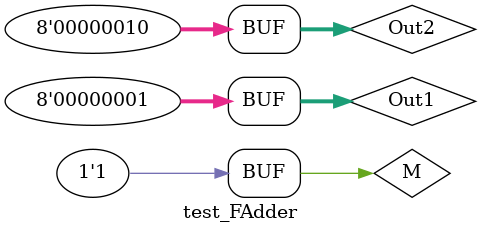
<source format=v>
module F_Adder(X,Y,M,R,G);
input [7:0] X,Y;
input M;
output [7:0] R;
output G;
assign {G, R} = M ? X + ~Y + {7'b0,1'b1} : X + Y;
endmodule

//FAdder tester
module test_FAdder();
reg [7:0] Out1,Out2;
reg M;
wire [7:0] S;
wire C;
F_Adder FA(Out1,Out2,M,S,C);
	initial
	begin
	Out1=8'b00000100; Out2=8'b00000001; 
	M=0;
	#200
	Out1=8'b00000001; Out2=8'b00000010;
	M=1;
      end
endmodule
</source>
